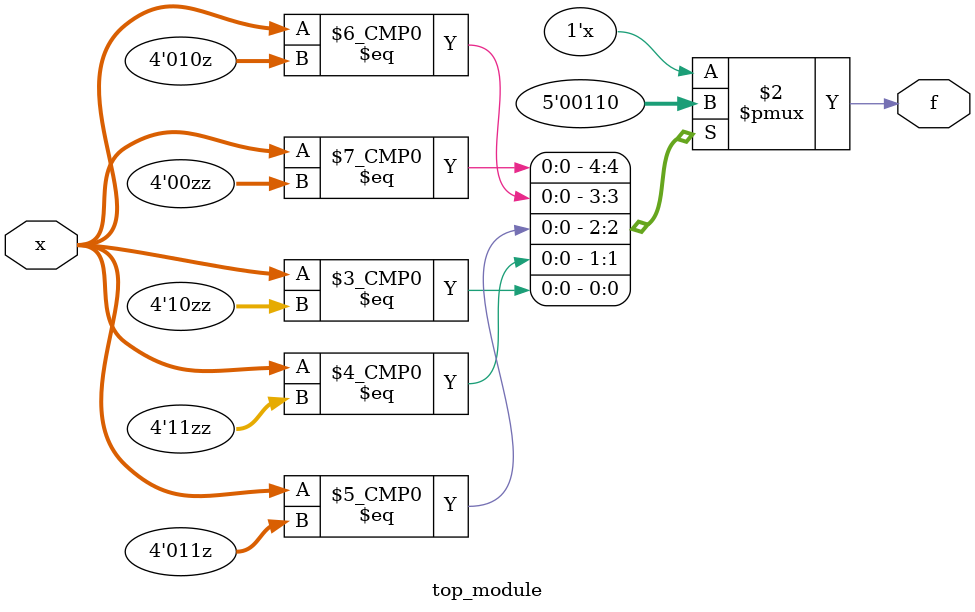
<source format=sv>
module top_module (
    input [4:1] x,
    output logic f
);

always_comb begin
    case (x)
        4'b00?? : f = 0;
        4'b010? : f = 0;
        4'b011? : f = 1;
        4'b11?? : f = 1;
        4'b10?? : f = 0;
        default: f = 0;
    endcase
end

endmodule

</source>
